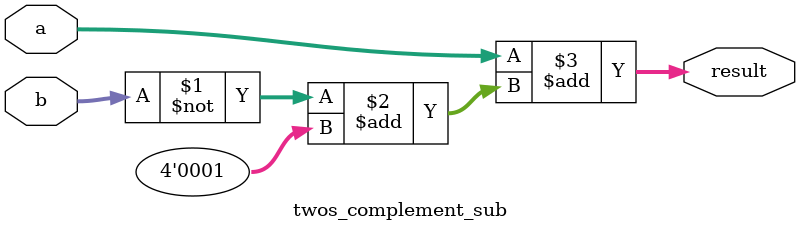
<source format=v>
module twos_complement_sub(a, b, result);
    input [3:0]a;
    input [3:0]b;
    output [3:0]result;
    assign result = a+((~b)+4'b0001);
endmodule 
</source>
